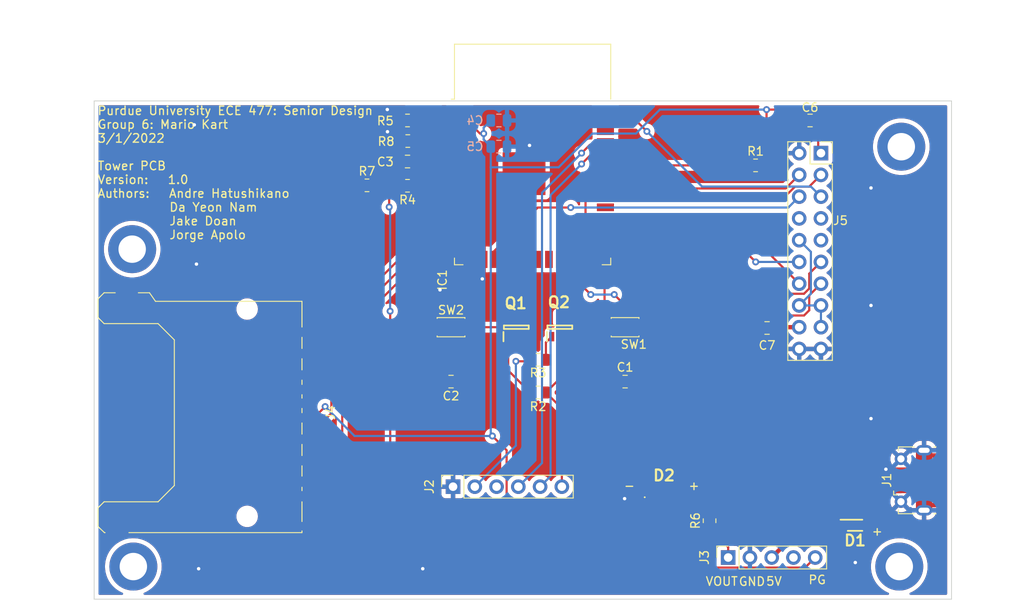
<source format=kicad_pcb>
(kicad_pcb (version 20211014) (generator pcbnew)
  (layers (0 "F.Cu" signal) (31 "B.Cu" signal) (34 "B.Paste" user) (35 "F.Paste" user) (36 "B.SilkS" user "B.Silkscreen") (37 "F.SilkS" user "F.Silkscreen") (38 "B.Mask" user) (39 "F.Mask" user) (44 "Edge.Cuts" user))
  (net 0 "")
  (net 1 "5V")
  (net 4 "IO34")
  (net 5 "IO35")
  (net 6 "IO32")
  (net 7 "IO33")
  (net 8 "PDN")
  (net 10 "CS")
  (net 17 "GPIO2")
  (net 18 "GPIO3")
  (net 19 "DTR")
  (net 20 "CTS")
  (net 21 "SCK")
  (net 22 "MISO")
  (net 24 "GPIO0")
  (net 25 "RX")
  (net 26 "TX")
  (net 27 "GPIO1")
  (net 28 "MOSI")
  (net 29 "INT")
  (net 30 "AUDIO_L")
  (net 31 "NC")
  (net 32 "PG")
  (net 33 "EN")
  (net 34 "VOUT")
  (net 35 "SDMOSI")
  (net 36 "SDCLK")
  (net 37 "SDMISO")
  (net 43 "SHDN")
  (net 51 "Net-(Q1-Pad1)")
  (net 52 "Net-(Q2-Pad1)")
  (net 53 "Net-(D2-Pad2)")
  (net 54 "GND")
  (net 58 "Net-(J1-Pad1)")
  (footprint "Capacitor_SMD:C_0805_2012Metric" (layer "F.Cu") (at 165.1 88.9)
    (fp_text reference "C1" (at 0 -1.68) (layer "F.SilkS"))
    (fp_text value "0.1uF")
    (pad "1" smd roundrect locked (at -0.95 0) (size 1 1.45) (layers "F.Cu" "F.Paste" "F.Mask") (net 24 "GPIO0"))
    (pad "2" smd roundrect locked (at 0.95 0) (size 1 1.45) (layers "F.Cu" "F.Paste" "F.Mask") (net 54 "GND"))
  )
  (footprint "Capacitor_SMD:C_0805_2012Metric" (layer "F.Cu") (at 144.78 88.9 180)
    (fp_text reference "C2" (at 0 -1.68) (layer "F.SilkS"))
    (fp_text value "0.1uF")
    (pad "1" smd roundrect locked (at -0.95 0 180) (size 1 1.45) (layers "F.Cu" "F.Paste" "F.Mask") (net 33 "EN"))
    (pad "2" smd roundrect locked (at 0.95 0 180) (size 1 1.45) (layers "F.Cu" "F.Paste" "F.Mask") (net 54 "GND"))
  )
  (footprint "Capacitor_SMD:C_0805_2012Metric" (layer "F.Cu") (at 186.69 58.42)
    (fp_text reference "C6" (at 0 -1.524) (layer "F.SilkS"))
    (fp_text value "100nF")
    (pad "1" smd roundrect locked (at -0.95 0) (size 1 1.45) (layers "F.Cu" "F.Paste" "F.Mask") (net 54 "GND"))
    (pad "2" smd roundrect locked (at 0.95 0) (size 1 1.45) (layers "F.Cu" "F.Paste" "F.Mask") (net 34 "VOUT"))
  )
  (footprint "Capacitor_SMD:C_0805_2012Metric" (layer "F.Cu") (at 181.67 82.64)
    (fp_text reference "C7" (at 0 2.032) (layer "F.SilkS"))
    (fp_text value "100nF")
    (pad "1" smd roundrect locked (at -0.95 0) (size 1 1.45) (layers "F.Cu" "F.Paste" "F.Mask") (net 54 "GND"))
    (pad "2" smd roundrect locked (at 0.95 0) (size 1 1.45) (layers "F.Cu" "F.Paste" "F.Mask") (net 1 "5V"))
  )
  (footprint "Connector_USB:USB_Micro-B_Molex-105017-0001" (layer "F.Cu") (at 198.76 100.42 90)
    (fp_text reference "J1" (at 0 -3.1125 90) (layer "F.SilkS"))
    (fp_text value "USB_B_Micro")
    (pad "1" smd rect (at -1.3 -1.4625 90) (size 0.4 1.35) (layers "F.Cu" "F.Paste" "F.Mask") (net 58 "Net-(J1-Pad1)"))
    (pad "2" smd rect (at -0.65 -1.4625 90) (size 0.4 1.35) (layers "F.Cu" "F.Paste" "F.Mask"))
    (pad "3" smd rect (at 0 -1.4625 90) (size 0.4 1.35) (layers "F.Cu" "F.Paste" "F.Mask"))
    (pad "4" smd rect (at 0.65 -1.4625 90) (size 0.4 1.35) (layers "F.Cu" "F.Paste" "F.Mask"))
    (pad "5" smd rect (at 1.3 -1.4625 90) (size 0.4 1.35) (layers "F.Cu" "F.Paste" "F.Mask") (net 54 "GND"))
    (pad "6" thru_hole oval (at 3.5 1.2375 90) (size 1.2 1.9) (drill oval 0.6 1.3) (layers *.Cu *.Mask) (net 54 "GND"))
    (pad "6" thru_hole oval (at -3.5 1.2375 270) (size 1.2 1.9) (drill oval 0.6 1.3) (layers *.Cu *.Mask) (net 54 "GND"))
    (pad "6" smd rect (at -1 1.2375 90) (size 1.5 1.9) (layers "F.Cu" "F.Paste" "F.Mask") (net 54 "GND"))
    (pad "6" smd rect (at 2.9 1.2375 90) (size 1.2 1.9) (layers "F.Cu" "F.Mask") (net 54 "GND"))
    (pad "6" thru_hole circle (at 2.5 -1.4625 90) (size 1.45 1.45) (drill 0.85) (layers *.Cu *.Mask) (net 54 "GND"))
    (pad "6" thru_hole circle (at -2.5 -1.4625 90) (size 1.45 1.45) (drill 0.85) (layers *.Cu *.Mask) (net 54 "GND"))
    (pad "6" smd rect (at 1 1.2375 90) (size 1.5 1.9) (layers "F.Cu" "F.Paste" "F.Mask") (net 54 "GND"))
    (pad "6" smd rect (at -2.9 1.2375 90) (size 1.2 1.9) (layers "F.Cu" "F.Mask") (net 54 "GND"))
  )
  (footprint "Connector_PinSocket_2.54mm:PinSocket_1x06_P2.54mm_Vertical" (layer "F.Cu") (at 145.015 101.165 90)
    (fp_text reference "J2" (at 0 -2.77 90) (layer "F.SilkS"))
    (fp_text value "Conn_01x06")
    (pad "1" thru_hole rect (at 0 0 90) (size 1.7 1.7) (drill 1) (layers *.Cu *.Mask) (net 54 "GND"))
    (pad "2" thru_hole oval (at 0 2.54 90) (size 1.7 1.7) (drill 1) (layers *.Cu *.Mask) (net 20 "CTS"))
    (pad "3" thru_hole oval (at 0 5.08 90) (size 1.7 1.7) (drill 1) (layers *.Cu *.Mask))
    (pad "4" thru_hole oval (at 0 7.62 90) (size 1.7 1.7) (drill 1) (layers *.Cu *.Mask) (net 26 "TX"))
    (pad "5" thru_hole oval (at 0 10.16 90) (size 1.7 1.7) (drill 1) (layers *.Cu *.Mask) (net 25 "RX"))
    (pad "6" thru_hole oval (at 0 12.7 90) (size 1.7 1.7) (drill 1) (layers *.Cu *.Mask) (net 19 "DTR"))
  )
  (footprint "Connector_PinSocket_2.54mm:PinSocket_1x05_P2.54mm_Vertical" (layer "F.Cu") (at 177.13 109.435 90)
    (fp_text reference "J3" (at 0 -2.77 90) (layer "F.SilkS"))
    (fp_text value "Conn_01x05")
    (pad "1" thru_hole rect locked (at 0 0 90) (size 1.7 1.7) (drill 1) (layers *.Cu *.Mask) (net 34 "VOUT"))
    (pad "2" thru_hole oval locked (at 0 2.54 90) (size 1.7 1.7) (drill 1) (layers *.Cu *.Mask) (net 54 "GND"))
    (pad "3" thru_hole oval locked (at 0 5.08 90) (size 1.7 1.7) (drill 1) (layers *.Cu *.Mask) (net 1 "5V"))
    (pad "4" thru_hole oval locked (at 0 7.62 90) (size 1.7 1.7) (drill 1) (layers *.Cu *.Mask) (net 43 "SHDN"))
    (pad "5" thru_hole oval locked (at 0 10.16 90) (size 1.7 1.7) (drill 1) (layers *.Cu *.Mask) (net 32 "PG"))
  )
  (footprint "Connector_PinSocket_2.54mm:PinSocket_2x10_P2.54mm_Vertical" (layer "F.Cu") (at 187.96 62.23)
    (fp_text reference "J5" (at 2.286 7.874) (layer "F.SilkS"))
    (fp_text value "Conn_02x10_Odd_Even")
    (pad "1" thru_hole rect locked (at 0 0) (size 1.7 1.7) (drill 1) (layers *.Cu *.Mask) (net 34 "VOUT"))
    (pad "2" thru_hole oval locked (at -2.54 0) (size 1.7 1.7) (drill 1) (layers *.Cu *.Mask) (net 54 "GND"))
    (pad "3" thru_hole oval locked (at 0 2.54) (size 1.7 1.7) (drill 1) (layers *.Cu *.Mask) (net 21 "SCK"))
    (pad "4" thru_hole oval locked (at -2.54 2.54) (size 1.7 1.7) (drill 1) (layers *.Cu *.Mask) (net 22 "MISO"))
    (pad "5" thru_hole oval locked (at 0 5.08) (size 1.7 1.7) (drill 1) (layers *.Cu *.Mask) (net 28 "MOSI"))
    (pad "6" thru_hole oval locked (at -2.54 5.08) (size 1.7 1.7) (drill 1) (layers *.Cu *.Mask) (net 10 "CS"))
    (pad "7" thru_hole oval locked (at 0 7.62) (size 1.7 1.7) (drill 1) (layers *.Cu *.Mask) (net 29 "INT"))
    (pad "8" thru_hole oval locked (at -2.54 7.62) (size 1.7 1.7) (drill 1) (layers *.Cu *.Mask) (net 8 "PDN"))
    (pad "9" thru_hole oval locked (at 0 10.16) (size 1.7 1.7) (drill 1) (layers *.Cu *.Mask) (net 30 "AUDIO_L"))
    (pad "10" thru_hole oval locked (at -2.54 10.16) (size 1.7 1.7) (drill 1) (layers *.Cu *.Mask) (net 31 "NC"))
    (pad "11" thru_hole oval locked (at 0 12.7) (size 1.7 1.7) (drill 1) (layers *.Cu *.Mask) (net 24 "GPIO0"))
    (pad "12" thru_hole oval locked (at -2.54 12.7) (size 1.7 1.7) (drill 1) (layers *.Cu *.Mask) (net 27 "GPIO1"))
    (pad "13" thru_hole oval locked (at 0 15.24) (size 1.7 1.7) (drill 1) (layers *.Cu *.Mask) (net 17 "GPIO2"))
    (pad "14" thru_hole oval locked (at -2.54 15.24) (size 1.7 1.7) (drill 1) (layers *.Cu *.Mask) (net 18 "GPIO3"))
    (pad "15" thru_hole oval locked (at 0 17.78) (size 1.7 1.7) (drill 1) (layers *.Cu *.Mask) (net 31 "NC"))
    (pad "16" thru_hole oval locked (at -2.54 17.78) (size 1.7 1.7) (drill 1) (layers *.Cu *.Mask) (net 31 "NC"))
    (pad "17" thru_hole oval locked (at 0 20.32) (size 1.7 1.7) (drill 1) (layers *.Cu *.Mask) (net 31 "NC"))
    (pad "18" thru_hole oval locked (at -2.54 20.32) (size 1.7 1.7) (drill 1) (layers *.Cu *.Mask) (net 1 "5V"))
    (pad "19" thru_hole oval locked (at 0 22.86) (size 1.7 1.7) (drill 1) (layers *.Cu *.Mask) (net 54 "GND"))
    (pad "20" thru_hole oval locked (at -2.54 22.86) (size 1.7 1.7) (drill 1) (layers *.Cu *.Mask) (net 54 "GND"))
  )
  (footprint "Mouser:SOT95P240X115-3N" (layer "F.Cu") (at 152.4 82.55 90)
    (fp_text reference "Q1" (at 2.79 -0.07 180) (layer "F.SilkS") (effects (font (size 1.27 1.27) (thickness 0.254))))
    (fp_text value "SS8050-G" hide)
    (pad "1" smd rect locked (at -1.1 -0.95 180) (size 0.6 1.1) (layers "F.Cu" "F.Paste" "F.Mask") (net 51 "Net-(Q1-Pad1)"))
    (pad "2" smd rect locked (at -1.1 0.95 180) (size 0.6 1.1) (layers "F.Cu" "F.Paste" "F.Mask") (net 20 "CTS"))
    (pad "3" smd rect locked (at 1.1 0 180) (size 0.6 1.1) (layers "F.Cu" "F.Paste" "F.Mask") (net 33 "EN"))
  )
  (footprint "Mouser:SOT95P240X115-3N" (layer "F.Cu") (at 157.48 82.55 90)
    (fp_text reference "Q2" (at 2.91 -0.11 180) (layer "F.SilkS") (effects (font (size 1.27 1.27) (thickness 0.254))))
    (fp_text value "SS8050-G" hide)
    (pad "1" smd rect locked (at -1.1 -0.95 180) (size 0.6 1.1) (layers "F.Cu" "F.Paste" "F.Mask") (net 52 "Net-(Q2-Pad1)"))
    (pad "2" smd rect locked (at -1.1 0.95 180) (size 0.6 1.1) (layers "F.Cu" "F.Paste" "F.Mask") (net 19 "DTR"))
    (pad "3" smd rect locked (at 1.1 0 180) (size 0.6 1.1) (layers "F.Cu" "F.Paste" "F.Mask") (net 24 "GPIO0"))
  )
  (footprint "Resistor_SMD:R_0805_2012Metric" (layer "F.Cu") (at 180.33 63.66)
    (fp_text reference "R1" (at 0 -1.65) (layer "F.SilkS"))
    (fp_text value "10k")
    (pad "1" smd roundrect locked (at -0.9125 0) (size 1.025 1.4) (layers "F.Cu" "F.Paste" "F.Mask") (roundrect_rratio 0.243902439) (net 24 "GPIO0"))
    (pad "2" smd roundrect locked (at 0.9125 0) (size 1.025 1.4) (layers "F.Cu" "F.Paste" "F.Mask") (roundrect_rratio 0.243902439) (net 34 "VOUT"))
  )
  (footprint "Resistor_SMD:R_0805_2012Metric" (layer "F.Cu") (at 154.94 90.17 180)
    (fp_text reference "R2" (at 0 -1.65) (layer "F.SilkS"))
    (fp_text value "10k")
    (pad "1" smd roundrect locked (at -0.9125 0 180) (size 1.025 1.4) (layers "F.Cu" "F.Paste" "F.Mask") (roundrect_rratio 0.243902439) (net 19 "DTR"))
    (pad "2" smd roundrect locked (at 0.9125 0 180) (size 1.025 1.4) (layers "F.Cu" "F.Paste" "F.Mask") (roundrect_rratio 0.243902439) (net 51 "Net-(Q1-Pad1)"))
  )
  (footprint "Resistor_SMD:R_0805_2012Metric" (layer "F.Cu") (at 154.94 86.36)
    (fp_text reference "R3" (at 0 1.524) (layer "F.SilkS"))
    (fp_text value "10k")
    (pad "1" smd roundrect locked (at -0.9125 0) (size 1.025 1.4) (layers "F.Cu" "F.Paste" "F.Mask") (roundrect_rratio 0.243902439) (net 20 "CTS"))
    (pad "2" smd roundrect locked (at 0.9125 0) (size 1.025 1.4) (layers "F.Cu" "F.Paste" "F.Mask") (roundrect_rratio 0.243902439) (net 52 "Net-(Q2-Pad1)"))
  )
  (footprint "Resistor_SMD:R_0805_2012Metric" (layer "F.Cu") (at 139.7 66.04 180)
    (fp_text reference "R4" (at 0 -1.65) (layer "F.SilkS"))
    (fp_text value "10k")
    (pad "1" smd roundrect locked (at -0.9125 0 180) (size 1.025 1.4) (layers "F.Cu" "F.Paste" "F.Mask") (roundrect_rratio 0.243902439) (net 4 "IO34"))
    (pad "2" smd roundrect locked (at 0.9125 0 180) (size 1.025 1.4) (layers "F.Cu" "F.Paste" "F.Mask") (roundrect_rratio 0.243902439) (net 32 "PG"))
  )
  (footprint "Resistor_SMD:R_0805_2012Metric" (layer "F.Cu") (at 139.7 58.42)
    (fp_text reference "R5" (at -2.59 0.05) (layer "F.SilkS"))
    (fp_text value "10k")
    (pad "1" smd roundrect locked (at -0.9125 0) (size 1.025 1.4) (layers "F.Cu" "F.Paste" "F.Mask") (roundrect_rratio 0.243902439) (net 34 "VOUT"))
    (pad "2" smd roundrect locked (at 0.9125 0) (size 1.025 1.4) (layers "F.Cu" "F.Paste" "F.Mask") (roundrect_rratio 0.243902439) (net 33 "EN"))
  )
  (footprint "Button_Switch_SMD:SW_SPST_CK_KXT3" (layer "F.Cu") (at 165.1 82.55 180)
    (fp_text reference "SW1" (at -1.016 -2) (layer "F.SilkS"))
    (fp_text value "SW_Push")
    (pad "1" smd rect locked (at -1.625 0 180) (size 0.55 1.5) (layers "F.Cu" "F.Paste" "F.Mask") (net 54 "GND"))
    (pad "2" smd rect locked (at 1.625 0 180) (size 0.55 1.5) (layers "F.Cu" "F.Paste" "F.Mask") (net 24 "GPIO0"))
  )
  (footprint "Button_Switch_SMD:SW_SPST_CK_KXT3" (layer "F.Cu") (at 144.78 82.55)
    (fp_text reference "SW2" (at 0 -2) (layer "F.SilkS"))
    (fp_text value "SW_Push")
    (pad "1" smd rect locked (at -1.625 0) (size 0.55 1.5) (layers "F.Cu" "F.Paste" "F.Mask") (net 54 "GND"))
    (pad "2" smd rect locked (at 1.625 0) (size 0.55 1.5) (layers "F.Cu" "F.Paste" "F.Mask") (net 33 "EN"))
  )
  (footprint "Connector_Card:SD_Kyocera_145638109211859+" (layer "F.Cu") (at 115.68 92.53 -90)
    (fp_text reference "J4" (at 0 -15.04 -90) (layer "F.SilkS"))
    (fp_text value "SD_Card")
    (pad "" np_thru_hole circle locked (at 12.1 -5.3 90) (size 1.5 1.5) (drill 1.5) (layers *.Cu *.Mask))
    (pad "" np_thru_hole circle locked (at -12.1 -5.3 90) (size 1.5 1.5) (drill 1.5) (layers *.Cu *.Mask))
    (pad "1" smd roundrect locked (at -6.88 -12.5 270) (size 0.8 2) (layers "F.Cu" "F.Paste" "F.Mask") (roundrect_rratio 0.313))
    (pad "2" smd roundrect locked (at -4.38 -12.5 270) (size 0.8 2) (layers "F.Cu" "F.Paste" "F.Mask") (roundrect_rratio 0.313) (net 35 "SDMOSI"))
    (pad "3" smd roundrect locked (at -1.08 -12.5 270) (size 0.8 2) (layers "F.Cu" "F.Paste" "F.Mask") (roundrect_rratio 0.313) (net 54 "GND"))
    (pad "4" smd roundrect locked (at 0.62 -12.5 270) (size 0.8 2) (layers "F.Cu" "F.Paste" "F.Mask") (roundrect_rratio 0.313) (net 34 "VOUT"))
    (pad "5" smd roundrect locked (at 3.12 -12.5 270) (size 0.8 2) (layers "F.Cu" "F.Paste" "F.Mask") (roundrect_rratio 0.313) (net 36 "SDCLK"))
    (pad "6" smd roundrect locked (at 5.62 -12.5 270) (size 0.8 2) (layers "F.Cu" "F.Paste" "F.Mask") (roundrect_rratio 0.313) (net 54 "GND"))
    (pad "7" smd roundrect locked (at 8.05 -12.5 270) (size 0.8 2) (layers "F.Cu" "F.Paste" "F.Mask") (roundrect_rratio 0.313) (net 37 "SDMISO"))
    (pad "8" smd roundrect locked (at 9.75 -12.5 270) (size 0.8 2) (layers "F.Cu" "F.Paste" "F.Mask") (roundrect_rratio 0.313))
    (pad "9" smd roundrect locked (at -9.38 -12.5 270) (size 0.8 2) (layers "F.Cu" "F.Paste" "F.Mask") (roundrect_rratio 0.313))
    (pad "10" smd roundrect locked (at -2.68 -12.5 270) (size 0.8 2) (layers "F.Cu" "F.Paste" "F.Mask") (roundrect_rratio 0.313))
    (pad "11" smd roundrect locked (at 13.24 -12.5 270) (size 0.7 2) (layers "F.Cu" "F.Paste" "F.Mask") (roundrect_rratio 0.357))
    (pad "12" smd roundrect locked (at 13.25 9.9 270) (size 1.7 2.4) (layers "F.Cu" "F.Paste" "F.Mask") (roundrect_rratio 0.147))
    (pad "13" smd roundrect locked (at -13.2 8.7 270) (size 1.8 2.4) (layers "F.Cu" "F.Paste" "F.Mask") (roundrect_rratio 0.139))
  )
  (footprint "Mouser:SOD2513X120N" (layer "F.Cu") (at 191.94 105.67)
    (fp_text reference "D1" (at 0 1.778) (layer "F.SilkS") (effects (font (size 1.27 1.27) (thickness 0.254))))
    (fp_text value "BAT760-7" hide)
    (pad "1" smd rect locked (at -1.162 0 90) (size 0.5 1.075) (layers "F.Cu" "F.Paste" "F.Mask") (net 1 "5V"))
    (pad "2" smd rect locked (at 1.162 0 90) (size 0.5 1.075) (layers "F.Cu" "F.Paste" "F.Mask") (net 58 "Net-(J1-Pad1)"))
  )
  (footprint "Capacitor_SMD:C_0805_2012Metric" (layer "F.Cu") (at 139.7 63.21 180)
    (fp_text reference "C3" (at 2.59 -0.04) (layer "F.SilkS"))
    (fp_text value "100nF")
    (pad "1" smd roundrect locked (at -0.95 0 180) (size 1 1.45) (layers "F.Cu" "F.Paste" "F.Mask") (net 33 "EN"))
    (pad "2" smd roundrect locked (at 0.95 0 180) (size 1 1.45) (layers "F.Cu" "F.Paste" "F.Mask") (net 54 "GND"))
  )
  (footprint "RF_Module:ESP32-WROOM-32" (layer "F.Cu") (at 154.3 65.38)
    (fp_text reference "IC1" (at -10.53 11.65 90) (layer "F.SilkS"))
    (fp_text value "ESP32-SOLO-1")
    (pad "1" smd rect (at -8.5 -8.255) (size 2 0.9) (layers "F.Cu" "F.Paste" "F.Mask") (net 54 "GND"))
    (pad "2" smd rect (at -8.5 -6.985) (size 2 0.9) (layers "F.Cu" "F.Paste" "F.Mask") (net 34 "VOUT"))
    (pad "3" smd rect (at -8.5 -5.715) (size 2 0.9) (layers "F.Cu" "F.Paste" "F.Mask") (net 33 "EN"))
    (pad "4" smd rect (at -8.5 -4.445) (size 2 0.9) (layers "F.Cu" "F.Paste" "F.Mask"))
    (pad "5" smd rect (at -8.5 -3.175) (size 2 0.9) (layers "F.Cu" "F.Paste" "F.Mask"))
    (pad "6" smd rect (at -8.5 -1.905) (size 2 0.9) (layers "F.Cu" "F.Paste" "F.Mask") (net 4 "IO34"))
    (pad "7" smd rect (at -8.5 -0.635) (size 2 0.9) (layers "F.Cu" "F.Paste" "F.Mask") (net 5 "IO35"))
    (pad "8" smd rect (at -8.5 0.635) (size 2 0.9) (layers "F.Cu" "F.Paste" "F.Mask") (net 6 "IO32"))
    (pad "9" smd rect (at -8.5 1.905) (size 2 0.9) (layers "F.Cu" "F.Paste" "F.Mask") (net 7 "IO33"))
    (pad "10" smd rect (at -8.5 3.175) (size 2 0.9) (layers "F.Cu" "F.Paste" "F.Mask") (net 35 "SDMOSI"))
    (pad "11" smd rect (at -8.5 4.445) (size 2 0.9) (layers "F.Cu" "F.Paste" "F.Mask") (net 36 "SDCLK"))
    (pad "12" smd rect (at -8.5 5.715) (size 2 0.9) (layers "F.Cu" "F.Paste" "F.Mask") (net 37 "SDMISO"))
    (pad "13" smd rect (at -8.5 6.985) (size 2 0.9) (layers "F.Cu" "F.Paste" "F.Mask"))
    (pad "14" smd rect (at -8.5 8.255) (size 2 0.9) (layers "F.Cu" "F.Paste" "F.Mask"))
    (pad "15" smd rect (at -5.715 9.255 90) (size 2 0.9) (layers "F.Cu" "F.Paste" "F.Mask") (net 54 "GND"))
    (pad "16" smd rect (at -4.445 9.255 90) (size 2 0.9) (layers "F.Cu" "F.Paste" "F.Mask") (net 10 "CS"))
    (pad "17" smd rect (at -3.175 9.255 90) (size 2 0.9) (layers "F.Cu" "F.Paste" "F.Mask"))
    (pad "18" smd rect (at -1.905 9.255 90) (size 2 0.9) (layers "F.Cu" "F.Paste" "F.Mask"))
    (pad "19" smd rect (at -0.635 9.255 90) (size 2 0.9) (layers "F.Cu" "F.Paste" "F.Mask"))
    (pad "20" smd rect (at 0.635 9.255 90) (size 2 0.9) (layers "F.Cu" "F.Paste" "F.Mask"))
    (pad "21" smd rect (at 1.905 9.255 90) (size 2 0.9) (layers "F.Cu" "F.Paste" "F.Mask"))
    (pad "22" smd rect (at 3.175 9.255 90) (size 2 0.9) (layers "F.Cu" "F.Paste" "F.Mask"))
    (pad "23" smd rect (at 4.445 9.255 90) (size 2 0.9) (layers "F.Cu" "F.Paste" "F.Mask"))
    (pad "24" smd rect (at 5.715 9.255 90) (size 2 0.9) (layers "F.Cu" "F.Paste" "F.Mask") (net 17 "GPIO2"))
    (pad "25" smd rect (at 8.5 8.255) (size 2 0.9) (layers "F.Cu" "F.Paste" "F.Mask") (net 24 "GPIO0"))
    (pad "26" smd rect (at 8.5 6.985) (size 2 0.9) (layers "F.Cu" "F.Paste" "F.Mask") (net 27 "GPIO1"))
    (pad "27" smd rect (at 8.5 5.715) (size 2 0.9) (layers "F.Cu" "F.Paste" "F.Mask") (net 18 "GPIO3"))
    (pad "28" smd rect (at 8.5 4.445) (size 2 0.9) (layers "F.Cu" "F.Paste" "F.Mask"))
    (pad "29" smd rect (at 8.5 3.175) (size 2 0.9) (layers "F.Cu" "F.Paste" "F.Mask"))
    (pad "30" smd rect (at 8.5 1.905) (size 2 0.9) (layers "F.Cu" "F.Paste" "F.Mask") (net 21 "SCK"))
    (pad "31" smd rect (at 8.5 0.635) (size 2 0.9) (layers "F.Cu" "F.Paste" "F.Mask") (net 22 "MISO"))
    (pad "32" smd rect (at 8.5 -0.635) (size 2 0.9) (layers "F.Cu" "F.Paste" "F.Mask"))
    (pad "33" smd rect (at 8.5 -1.905) (size 2 0.9) (layers "F.Cu" "F.Paste" "F.Mask") (net 24 "GPIO0"))
    (pad "34" smd rect (at 8.5 -3.175) (size 2 0.9) (layers "F.Cu" "F.Paste" "F.Mask") (net 25 "RX"))
    (pad "35" smd rect (at 8.5 -4.445) (size 2 0.9) (layers "F.Cu" "F.Paste" "F.Mask") (net 26 "TX"))
    (pad "36" smd rect (at 8.5 -5.715) (size 2 0.9) (layers "F.Cu" "F.Paste" "F.Mask"))
    (pad "37" smd rect (at 8.5 -6.985) (size 2 0.9) (layers "F.Cu" "F.Paste" "F.Mask") (net 28 "MOSI"))
    (pad "38" smd rect (at 8.5 -8.255) (size 2 0.9) (layers "F.Cu" "F.Paste" "F.Mask") (net 54 "GND"))
    (pad "39" smd rect (at -1 -0.755) (size 5 5) (layers "F.Cu" "F.Paste" "F.Mask") (net 54 "GND"))
    (zone (net 0) (net_name "") (layers *.Cu) (connect_pads (clearance 0)) (min_thickness 0.254)
      (keepout (tracks not_allowed) (vias not_allowed) (pads not_allowed) (copperpour not_allowed) (footprints not_allowed))
      (fill (thermal_gap 0.508) (thermal_bridge_width 0.508))
      (polygon (pts (xy 140.3 55.41) (xy 168.3 55.41) (xy 168.3 44.63) (xy 140.3 44.63)))
    )
  )
  (footprint "Mouser:APHCM2012QBCDF01" (layer "F.Cu") (at 169.64 102.4)
    (fp_text reference "D2" (at 0 -2.54) (layer "F.SilkS") (effects (font (size 1.27 1.27) (thickness 0.254))))
    (fp_text value "LED" hide)
    (pad "1" smd rect locked (at -1.05 0) (size 1.2 1.2) (layers "F.Cu" "F.Paste" "F.Mask") (net 54 "GND"))
    (pad "2" smd rect locked (at 1.05 0) (size 1.2 1.2) (layers "F.Cu" "F.Paste" "F.Mask") (net 53 "Net-(D2-Pad2)"))
  )
  (footprint "Resistor_SMD:R_0805_2012Metric" (layer "F.Cu") (at 174.96 105.14 90)
    (fp_text reference "R6" (at 0 -1.65 90) (layer "F.SilkS"))
    (fp_text value "0")
    (pad "1" smd roundrect (at -0.9125 0 90) (size 1.025 1.4) (layers "F.Cu" "F.Paste" "F.Mask") (roundrect_rratio 0.243902439) (net 34 "VOUT"))
    (pad "2" smd roundrect (at 0.9125 0 90) (size 1.025 1.4) (layers "F.Cu" "F.Paste" "F.Mask") (roundrect_rratio 0.243902439) (net 53 "Net-(D2-Pad2)"))
  )
  (footprint "Resistor_SMD:R_0805_2012Metric" (layer "F.Cu") (at 134.97 65.99)
    (fp_text reference "R7" (at 0 -1.65) (layer "F.SilkS"))
    (fp_text value "0")
    (pad "1" smd roundrect (at -0.9125 0) (size 1.025 1.4) (layers "F.Cu" "F.Paste" "F.Mask") (roundrect_rratio 0.243902439) (net 54 "GND"))
    (pad "2" smd roundrect (at 0.9125 0) (size 1.025 1.4) (layers "F.Cu" "F.Paste" "F.Mask") (roundrect_rratio 0.243902439) (net 32 "PG"))
  )
  (footprint "MountingHole:MountingHole_3.2mm_M3_DIN965_Pad" (layer "F.Cu") (at 107.696 110.49)
    (fp_text reference "REF**" hide)
    (fp_text value "MountingHole_3.2mm_M3_DIN965_Pad")
    (pad "1" thru_hole circle (at 0 0) (size 5.6 5.6) (drill 3.2) (layers *.Cu *.Mask))
  )
  (footprint "MountingHole:MountingHole_3.2mm_M3_DIN965_Pad" (layer "F.Cu") (at 197.34 61.48)
    (fp_text reference "REF**" hide)
    (fp_text value "MountingHole_3.2mm_M3_DIN965_Pad")
    (pad "1" thru_hole circle (at 0 0) (size 5.6 5.6) (drill 3.2) (layers *.Cu *.Mask))
  )
  (footprint "MountingHole:MountingHole_3.2mm_M3_DIN965_Pad" (layer "F.Cu") (at 197.104 110.49)
    (fp_text reference "REF**" hide)
    (fp_text value "MountingHole_3.2mm_M3_DIN965_Pad")
    (pad "1" thru_hole circle (at 0 0) (size 5.6 5.6) (drill 3.2) (layers *.Cu *.Mask))
  )
  (footprint "MountingHole:MountingHole_3.2mm_M3_DIN965_Pad" (layer "F.Cu") (at 107.56 73.44)
    (fp_text reference "REF**" hide)
    (fp_text value "MountingHole_3.2mm_M3_DIN965_Pad")
    (pad "1" thru_hole circle (at 0 0) (size 5.6 5.6) (drill 3.2) (layers *.Cu *.Mask))
  )
  (footprint "Resistor_SMD:R_0805_2012Metric" (layer "F.Cu") (at 139.73 60.82 180)
    (fp_text reference "R8" (at 2.53 -0.05) (layer "F.SilkS"))
    (fp_text value "10k")
    (pad "1" smd roundrect (at -0.9125 0 180) (size 1.025 1.4) (layers "F.Cu" "F.Paste" "F.Mask") (roundrect_rratio 0.243902439) (net 33 "EN"))
    (pad "2" smd roundrect (at 0.9125 0 180) (size 1.025 1.4) (layers "F.Cu" "F.Paste" "F.Mask") (roundrect_rratio 0.243902439) (net 34 "VOUT"))
  )
  (footprint "Capacitor_SMD:C_0805_2012Metric" (layer "B.Cu") (at 150.368 58.42)
    (fp_text reference "C4" (at -2.794 0) (layer "B.SilkS") (effects (justify mirror)))
    (fp_text value "22uF")
    (pad "1" smd roundrect locked (at -0.95 0) (size 1 1.45) (layers "B.Cu" "B.Paste" "B.Mask") (net 34 "VOUT"))
    (pad "2" smd roundrect locked (at 0.95 0) (size 1 1.45) (layers "B.Cu" "B.Paste" "B.Mask") (net 54 "GND"))
  )
  (footprint "Capacitor_SMD:C_0805_2012Metric" (layer "B.Cu") (at 150.368 61.468)
    (fp_text reference "C5" (at -2.794 0) (layer "B.SilkS") (effects (justify mirror)))
    (fp_text value "100nF")
    (pad "1" smd roundrect locked (at -0.95 0) (size 1 1.45) (layers "B.Cu" "B.Paste" "B.Mask") (net 34 "VOUT"))
    (pad "2" smd roundrect locked (at 0.95 0) (size 1 1.45) (layers "B.Cu" "B.Paste" "B.Mask") (net 54 "GND"))
  )
  (gr_line (start 203.2 114.3) (end 203.2 56.134) (layer "Edge.Cuts") (width 0.1))
  (gr_line (start 103.124 56.134) (end 103.124 114.3) (layer "Edge.Cuts") (width 0.1))
  (gr_line (start 203.2 56.134) (end 103.124 56.134) (layer "Edge.Cuts") (width 0.1))
  (gr_line (start 103.124 114.3) (end 203.2 114.3) (layer "Edge.Cuts") (width 0.1))
  (gr_text "+" (at 194.53 106.37) (layer "F.SilkS") (effects (font (size 1 1))))
  (gr_text "-" (at 165.6 101.05) (layer "F.SilkS") (effects (font (size 1 1))))
  (gr_text "Purdue University ECE 477: Senior Design \nGroup 6: Mario Kart\n3/1/2022\n\nTower PCB\nVersion:   1.0\nAuthors:   Andre Hatushikano \n           Da Yeon Nam\n           Jake Doan\n           Jorge Apolo" (at 103.44 64.52) (layer "F.SilkS") (effects (font (size 1 1)) (justify left)))
  (gr_text "VOUT" (at 176.38 112.22) (layer "F.SilkS") (effects (font (size 1 1))))
  (gr_text "GND" (at 179.91 112.24) (layer "F.SilkS") (effects (font (size 1 1))))
  (gr_text "+" (at 173.14 101.05) (layer "F.SilkS") (effects (font (size 1 1))))
  (gr_text "5V" (at 182.48 112.21) (layer "F.SilkS") (effects (font (size 1 1))))
  (gr_text "PG" (at 187.52 112.04) (layer "F.SilkS") (effects (font (size 1 1))))
  (segment (start 182.209999 109.435011) (end 185.97499 105.669994) (width 0.508) (layer "F.Cu") (net 1))
  (segment (start 190.778003 105.669994) (end 185.97499 105.669994) (width 0.508) (layer "F.Cu") (net 1))
  (segment (start 182.620006 82.639992) (end 182.620006 94.450027) (width 0.508) (layer "F.Cu") (net 1))
  (segment (start 190.778003 105.669994) (end 190.778003 102.608024) (width 0.508) (layer "F.Cu") (net 1))
  (segment (start 182.71 82.55) (end 182.62 82.64) (width 0.25) (layer "F.Cu") (net 1))
  (segment (start 185.42 82.55) (end 182.709998 82.55) (width 0.508) (layer "F.Cu") (net 1))
  (segment (start 182.620006 94.450027) (end 183.099989 94.930011) (width 0.508) (layer "F.Cu") (net 1))
  (segment (start 190.778003 102.608024) (end 183.099989 94.930011) (width 0.508) (layer "F.Cu") (net 1))
  (segment (start 145.7 63.815) (end 142.8375 63.815) (width 0.25) (layer "F.Cu") (net 4))
  (segment (start 142.8375 63.815) (end 140.6125 66.04) (width 0.25) (layer "F.Cu") (net 4))
  (segment (start 149.755 74.975) (end 149.755 73.725) (width 0.25) (layer "F.Cu") (net 10))
  (segment (start 149.755 73.725) (end 154.9 68.58) (width 0.25) (layer "F.Cu") (net 10))
  (segment (start 154.9 68.58) (end 158.75 68.58) (width 0.25) (layer "F.Cu") (net 10))
  (via (at 158.75 68.58) (size 0.8) (drill 0.4) (layers "F.Cu" "B.Cu") (net 10))
  (segment (start 184.15 68.58) (end 185.42 67.31) (width 0.25) (layer "B.Cu") (net 10))
  (segment (start 158.75 68.58) (end 184.15 68.58) (width 0.25) (layer "B.Cu") (net 10))
  (segment (start 185.984001 81.185001) (end 166.275001 81.185001) (width 0.25) (layer "F.Cu") (net 17))
  (segment (start 186.595001 80.574001) (end 185.984001 81.185001) (width 0.25) (layer "F.Cu") (net 17))
  (segment (start 161.09 78.74) (end 159.915 77.565) (width 0.25) (layer "F.Cu") (net 17))
  (segment (start 159.915 77.565) (end 159.915 74.975) (width 0.25) (layer "F.Cu") (net 17))
  (segment (start 187.96 77.47) (end 186.595001 78.834999) (width 0.25) (layer "F.Cu") (net 17))
  (segment (start 166.275001 81.185001) (end 163.83 78.74) (width 0.25) (layer "F.Cu") (net 17))
  (segment (start 186.595001 78.834999) (end 186.595001 80.574001) (width 0.25) (layer "F.Cu") (net 17))
  (via (at 161.09 78.74) (size 0.8) (drill 0.4) (layers "F.Cu" "B.Cu") (net 17))
  (via (at 163.83 78.74) (size 0.8) (drill 0.4) (layers "F.Cu" "B.Cu") (net 17))
  (segment (start 163.83 78.74) (end 161.09 78.74) (width 0.25) (layer "B.Cu") (net 17))
  (segment (start 162.7 71.435) (end 179.385 71.435) (width 0.25) (layer "F.Cu") (net 18))
  (segment (start 179.385 71.435) (end 185.42 77.47) (width 0.25) (layer "F.Cu") (net 18))
  (segment (start 158.43 87.5925) (end 155.8525 90.17) (width 0.25) (layer "F.Cu") (net 19))
  (segment (start 158.43 83.65) (end 158.43 87.5925) (width 0.25) (layer "F.Cu") (net 19))
  (segment (start 157.715 92.0325) (end 155.8525 90.17) (width 0.25) (layer "F.Cu") (net 19))
  (segment (start 157.715 101.165) (end 157.715 92.0325) (width 0.25) (layer "F.Cu") (net 19))
  (segment (start 152.35 86.53) (end 153.8575 86.53) (width 0.25) (layer "F.Cu") (net 20))
  (segment (start 153.35 85.6825) (end 154.0275 86.36) (width 0.25) (layer "F.Cu") (net 20))
  (segment (start 153.35 83.65) (end 153.35 85.6825) (width 0.25) (layer "F.Cu") (net 20))
  (segment (start 153.8575 86.53) (end 154.0275 86.36) (width 0.25) (layer "F.Cu") (net 20))
  (via (at 152.35 86.53) (size 0.8) (drill 0.4) (layers "F.Cu" "B.Cu") (net 20))
  (segment (start 152.35 96.37) (end 152.35 86.53) (width 0.25) (layer "B.Cu") (net 20))
  (segment (start 147.555 101.165) (end 152.35 96.37) (width 0.25) (layer "B.Cu") (net 20))
  (segment (start 162.7 67.625) (end 183.44399 67.625) (width 0.25) (layer "F.Cu") (net 21))
  (segment (start 186.594511 66.135489) (end 187.96 64.77) (width 0.25) (layer "F.Cu") (net 21))
  (segment (start 184.933501 66.135489) (end 186.594511 66.135489) (width 0.25) (layer "F.Cu") (net 21))
  (segment (start 183.44399 67.625) (end 184.933501 66.135489) (width 0.25) (layer "F.Cu") (net 21))
  (segment (start 162.7 66.355) (end 183.835 66.355) (width 0.25) (layer "F.Cu") (net 22))
  (segment (start 183.835 66.355) (end 185.42 64.77) (width 0.25) (layer "F.Cu") (net 22))
  (segment (start 160.48 73.005) (end 161.45 73.975) (width 0.25) (layer "F.Cu") (net 24))
  (segment (start 162.7 81.125) (end 162.375 81.45) (width 0.25) (layer "F.Cu") (net 24))
  (segment (start 167.465 73.975) (end 172.135001 78.645001) (width 0.25) (layer "F.Cu") (net 24))
  (segment (start 157.48 81.45) (end 162.375 81.45) (width 0.25) (layer "F.Cu") (net 24))
  (segment (start 162.7 73.975) (end 162.7 81.125) (width 0.25) (layer "F.Cu") (net 24))
  (segment (start 162.7 73.975) (end 167.465 73.975) (width 0.25) (layer "F.Cu") (net 24))
  (segment (start 172.135001 78.645001) (end 185.984001 78.645001) (width 0.25) (layer "F.Cu") (net 24))
  (segment (start 161.45 73.975) (end 162.7 73.975) (width 0.25) (layer "F.Cu") (net 24))
  (segment (start 179.4175 63.66) (end 167.05 63.66) (width 0.25) (layer "F.Cu") (net 24))
  (segment (start 185.984001 78.645001) (end 186.595001 78.034001) (width 0.25) (layer "F.Cu") (net 24))
  (segment (start 166.865 63.475) (end 162.8 63.475) (width 0.25) (layer "F.Cu") (net 24))
  (segment (start 162.7 63.815) (end 161.45 63.815) (width 0.25) (layer "F.Cu") (net 24))
  (segment (start 160.48 64.785) (end 160.48 73.005) (width 0.25) (layer "F.Cu") (net 24))
  (segment (start 164.15 88.9) (end 164.15 83.225) (width 0.25) (layer "F.Cu") (net 24))
  (segment (start 162.375 81.45) (end 163.475 82.55) (width 0.25) (layer "F.Cu") (net 24))
  (segment (start 164.15 83.225) (end 163.475 82.55) (width 0.25) (layer "F.Cu") (net 24))
  (segment (start 186.595001 78.034001) (end 186.595001 76.294999) (width 0.25) (layer "F.Cu") (net 24))
  (segment (start 167.05 63.66) (end 166.865 63.475) (width 0.25) (layer "F.Cu") (net 24))
  (segment (start 186.595001 76.294999) (end 187.96 74.93) (width 0.25) (layer "F.Cu") (net 24))
  (segment (start 161.45 63.815) (end 160.48 64.785) (width 0.25) (layer "F.Cu") (net 24))
  (segment (start 160.02 63.5) (end 160.975 62.545) (width 0.25) (layer "F.Cu") (net 25))
  (segment (start 160.975 62.545) (end 162.7 62.545) (width 0.25) (layer "F.Cu") (net 25))
  (via (at 160.02 63.5) (size 0.8) (drill 0.4) (layers "F.Cu" "B.Cu") (net 25))
  (segment (start 155.175001 101.165) (end 156.399992 99.940008) (width 0.254) (layer "B.Cu") (net 25))
  (segment (start 156.4 67.12) (end 160.02 63.5) (width 0.25) (layer "B.Cu") (net 25))
  (segment (start 156.399992 99.940008) (end 156.399992 97.79) (width 0.254) (layer "B.Cu") (net 25))
  (segment (start 156.4 97.79) (end 156.4 67.12) (width 0.25) (layer "B.Cu") (net 25))
  (segment (start 160.975 61.275) (end 162.7 61.275) (width 0.25) (layer "F.Cu") (net 26))
  (segment (start 160.02 62.23) (end 160.975 61.275) (width 0.25) (layer "F.Cu") (net 26))
  (via (at 160.02 62.23) (size 0.8) (drill 0.4) (layers "F.Cu" "B.Cu") (net 26))
  (segment (start 152.635001 101.165) (end 155.399994 98.400006) (width 0.254) (layer "B.Cu") (net 26))
  (segment (start 155.399994 98.400006) (end 155.399994 97.79) (width 0.254) (layer "B.Cu") (net 26))
  (segment (start 155.4 97.79) (end 155.4 66.85) (width 0.25) (layer "B.Cu") (net 26))
  (segment (start 155.4 66.85) (end 160.02 62.23) (width 0.25) (layer "B.Cu") (net 26))
  (segment (start 178.115 72.705) (end 180.34 74.93) (width 0.25) (layer "F.Cu") (net 27))
  (segment (start 162.7 72.705) (end 178.115 72.705) (width 0.25) (layer "F.Cu") (net 27))
  (via (at 180.34 74.93) (size 0.8) (drill 0.4) (layers "F.Cu" "B.Cu") (net 27))
  (segment (start 180.34 74.93) (end 185.42 74.93) (width 0.25) (layer "B.Cu") (net 27))
  (segment (start 166.685 58.735) (end 162.7 58.735) (width 0.25) (layer "F.Cu") (net 28))
  (segment (start 167.64 59.69) (end 166.685 58.735) (width 0.25) (layer "F.Cu") (net 28))
  (via (at 167.64 59.69) (size 0.8) (drill 0.4) (layers "F.Cu" "B.Cu") (net 28))
  (segment (start 186.784999 66.134999) (end 187.96 67.31) (width 0.25) (layer "B.Cu") (net 28))
  (segment (start 167.64 59.69) (end 174.084999 66.134999) (width 0.25) (layer "B.Cu") (net 28))
  (segment (start 174.084999 66.134999) (end 186.784999 66.134999) (width 0.25) (layer "B.Cu") (net 28))
  (segment (start 187.96 82.55) (end 187.96 80.01) (width 0.25) (layer "B.Cu") (net 31))
  (segment (start 185.42 80.01) (end 186.785489 78.644511) (width 0.25) (layer "B.Cu") (net 31))
  (segment (start 186.785489 78.644511) (end 186.785489 73.755489) (width 0.25) (layer "B.Cu") (net 31))
  (segment (start 187.96 80.01) (end 185.42 80.01) (width 0.25) (layer "B.Cu") (net 31))
  (segment (start 186.785489 73.755489) (end 185.42 72.39) (width 0.25) (layer "B.Cu") (net 31))
  (segment (start 137.56 68.52) (end 137.56 67.2675) (width 0.25) (layer "F.Cu") (net 32))
  (segment (start 137.56 67.2675) (end 138.7875 66.04) (width 0.25) (layer "F.Cu") (net 32))
  (segment (start 137.16 67.2675) (end 135.8825 65.99) (width 0.25) (layer "F.Cu") (net 32))
  (segment (start 137.68 80.69) (end 137.67 80.68) (width 0.25) (layer "F.Cu") (net 32))
  (segment (start 137.68 98.64) (end 149.649511 110.609511) (width 0.25) (layer "F.Cu") (net 32))
  (segment (start 186.115489 110.609511) (end 187.29 109.435) (width 0.25) (layer "F.Cu") (net 32))
  (segment (start 149.649511 110.609511) (end 186.115489 110.609511) (width 0.25) (layer "F.Cu") (net 32))
  (segment (start 137.68 98.64) (end 137.68 80.69) (width 0.25) (layer "F.Cu") (net 32))
  (segment (start 137.56 67.2675) (end 137.16 67.2675) (width 0.25) (layer "F.Cu") (net 32))
  (via (at 137.56 68.52) (size 0.8) (drill 0.4) (layers "F.Cu" "B.Cu") (net 32))
  (via (at 137.67 80.68) (size 0.8) (drill 0.4) (layers "F.Cu" "B.Cu") (net 32))
  (segment (start 137.68 68.64) (end 137.56 68.52) (width 0.25) (layer "B.Cu") (net 32))
  (segment (start 137.67 80.68) (end 137.67 68.63) (width 0.25) (layer "B.Cu") (net 32))
  (segment (start 137.67 68.63) (end 137.56 68.52) (width 0.25) (layer "B.Cu") (net 32))
  (segment (start 146.405 82.55) (end 146.405 80.555) (width 0.25) (layer "F.Cu") (net 33))
  (segment (start 140.65 63.21) (end 140.65 60.8275) (width 0.25) (layer "F.Cu") (net 33))
  (segment (start 146.405 80.555) (end 147.42 79.54) (width 0.25) (layer "F.Cu") (net 33))
  (segment (start 146.405 82.55) (end 151.3 82.55) (width 0.25) (layer "F.Cu") (net 33))
  (segment (start 140.6425 58.45) (end 140.6125 58.42) (width 0.25) (layer "F.Cu") (net 33))
  (segment (start 146.405 82.55) (end 146.405 88.225) (width 0.25) (layer "F.Cu") (net 33))
  (segment (start 151.3 82.55) (end 152.4 81.45) (width 0.25) (layer "F.Cu") (net 33))
  (segment (start 146.405 88.225) (end 145.73 88.9) (width 0.25) (layer "F.Cu") (net 33))
  (segment (start 146.8725 60.005) (end 147.42 60.5525) (width 0.25) (layer "F.Cu") (net 33))
  (segment (start 142.1975 60.005) (end 140.6125 58.42) (width 0.25) (layer "F.Cu") (net 33))
  (segment (start 140.65 60.8275) (end 140.6425 60.82) (width 0.25) (layer "F.Cu") (net 33))
  (segment (start 147.42 79.54) (end 147.42 79.47) (width 0.25) (layer "F.Cu") (net 33))
  (segment (start 145.7 60.005) (end 142.1975 60.005) (width 0.25) (layer "F.Cu") (net 33))
  (segment (start 147.42 79.47) (end 147.42 60.5525) (width 0.25) (layer "F.Cu") (net 33))
  (segment (start 145.7 60.005) (end 146.8725 60.005) (width 0.25) (layer "F.Cu") (net 33))
  (segment (start 140.6425 60.82) (end 140.6425 58.45) (width 0.25) (layer "F.Cu") (net 33))
  (segment (start 177.13 108.2225) (end 174.96 106.0525) (width 0.25) (layer "F.Cu") (net 34))
  (segment (start 151.269511 102.339511) (end 151.269511 96.913511) (width 0.25) (layer "F.Cu") (net 34))
  (segment (start 187.64 58.42) (end 187.64 61.91) (width 0.25) (layer "F.Cu") (net 34))
  (segment (start 143.32499 57.39499) (end 144.665 58.735) (width 0.25) (layer "F.Cu") (net 34))
  (segment (start 145.7 58.735) (end 146.95 58.735) (width 0.25) (layer "F.Cu") (net 34))
  (segment (start 186.37 57.15) (end 187.64 58.42) (width 0.25) (layer "F.Cu") (net 34))
  (segment (start 154.9825 106.0525) (end 151.269511 102.339511) (width 0.25) (layer "F.Cu") (net 34))
  (segment (start 181.61 57.15) (end 186.37 57.15) (width 0.25) (layer "F.Cu") (net 34))
  (segment (start 139.81251 57.39499) (end 143.32499 57.39499) (width 0.25) (layer "F.Cu") (net 34))
  (segment (start 128.7555 93.15) (end 130.0855 91.82) (width 0.25) (layer "F.Cu") (net 34))
  (segment (start 181.61 57.15) (end 181.61 63.2925) (width 0.25) (layer "F.Cu") (net 34))
  (segment (start 144.665 58.735) (end 145.7 58.735) (width 0.25) (layer "F.Cu") (net 34))
  (segment (start 174.96 106.0525) (end 154.9825 106.0525) (width 0.25) (layer "F.Cu") (net 34))
  (segment (start 138.8175 58.45) (end 138.7875 58.42) (width 0.25) (layer "F.Cu") (net 34))
  (segment (start 181.61 63.2925) (end 181.2425 63.66) (width 0.25) (layer "F.Cu") (net 34))
  (segment (start 146.95 58.735) (end 148.159 59.944) (width 0.25) (layer "F.Cu") (net 34))
  (segment (start 138.7875 58.42) (end 139.81251 57.39499) (width 0.25) (layer "F.Cu") (net 34))
  (segment (start 128.18 93.15) (end 128.7555 93.15) (width 0.25) (layer "F.Cu") (net 34))
  (segment (start 148.159 59.944) (end 148.59 59.944) (width 0.25) (layer "F.Cu") (net 34))
  (segment (start 151.269511 96.913511) (end 149.606 95.25) (width 0.25) (layer "F.Cu") (net 34))
  (segment (start 187.64 61.91) (end 187.96 62.23) (width 0.25) (layer "F.Cu") (net 34))
  (segment (start 138.8175 60.82) (end 138.8175 58.45) (width 0.25) (layer "F.Cu") (net 34))
  (segment (start 177.13 109.435) (end 177.13 108.2225) (width 0.25) (layer "F.Cu") (net 34))
  (via (at 148.59 59.944) (size 0.8) (drill 0.4) (layers "F.Cu" "B.Cu") (net 34))
  (via (at 149.606 95.25) (size 0.8) (drill 0.4) (layers "F.Cu" "B.Cu") (net 34))
  (via (at 181.61 57.15) (size 0.8) (drill 0.4) (layers "F.Cu" "B.Cu") (net 34))
  (via (at 130.0855 91.82) (size 0.8) (drill 0.4) (layers "F.Cu" "B.Cu") (net 34))
  (segment (start 148.59 59.944) (end 148.59 59.248) (width 0.25) (layer "B.Cu") (net 34))
  (segment (start 148.59 59.248) (end 149.418 58.42) (width 0.25) (layer "B.Cu") (net 34))
  (segment (start 149.606 95.25) (end 133.5155 95.25) (width 0.25) (layer "B.Cu") (net 34))
  (segment (start 133.5155 95.25) (end 130.0855 91.82) (width 0.25) (layer "B.Cu") (net 34))
  (segment (start 148.59 60.64) (end 149.418 61.468) (width 0.25) (layer "B.Cu") (net 34))
  (segment (start 149.418 63.882) (end 149.418 95.062) (width 0.25) (layer "B.Cu") (net 34))
  (segment (start 149.418 95.062) (end 149.606 95.25) (width 0.25) (layer "B.Cu") (net 34))
  (segment (start 166.361386 59.944) (end 161.281386 59.944) (width 0.25) (layer "B.Cu") (net 34))
  (segment (start 166.361386 59.944) (end 169.155386 57.15) (width 0.25) (layer "B.Cu") (net 34))
  (segment (start 169.155386 57.15) (end 181.61 57.15) (width 0.25) (layer "B.Cu") (net 34))
  (segment (start 148.59 59.944) (end 148.59 60.64) (width 0.25) (layer "B.Cu") (net 34))
  (segment (start 157.343386 63.882) (end 149.418 63.882) (width 0.25) (layer "B.Cu") (net 34))
  (segment (start 149.418 61.468) (end 149.418 63.882) (width 0.25) (layer "B.Cu") (net 34))
  (segment (start 161.281386 59.944) (end 157.343386 63.882) (width 0.25) (layer "B.Cu") (net 34))
  (segment (start 130.085489 86.244511) (end 128.18 88.15) (width 0.25) (layer "F.Cu") (net 35))
  (segment (start 130.085489 83.254511) (end 130.085489 86.244511) (width 0.25) (layer "F.Cu") (net 35))
  (segment (start 144.465 68.895) (end 143.51 69.85) (width 0.25) (layer "F.Cu") (net 35))
  (segment (start 145.7 68.895) (end 144.465 68.895) (width 0.25) (layer "F.Cu") (net 35))
  (segment (start 143.51 69.85) (end 143.49 69.85) (width 0.25) (layer "F.Cu") (net 35))
  (segment (start 143.49 69.85) (end 130.085489 83.254511) (width 0.25) (layer "F.Cu") (net 35))
  (segment (start 128.18 95.212282) (end 130.81 92.582282) (width 0.25) (layer "F.Cu") (net 36))
  (segment (start 128.18 95.65) (end 128.18 95.212282) (width 0.25) (layer "F.Cu") (net 36))
  (segment (start 130.81 92.582282) (end 130.81 83.82) (width 0.25) (layer "F.Cu") (net 36))
  (segment (start 130.81 83.82) (end 144.465 70.165) (width 0.25) (layer "F.Cu") (net 36))
  (segment (start 144.465 70.165) (end 145.7 70.165) (width 0.25) (layer "F.Cu") (net 36))
  (segment (start 132.08 83.82) (end 144.465 71.435) (width 0.25) (layer "F.Cu") (net 37))
  (segment (start 128.18 100.58) (end 131.83 100.58) (width 0.25) (layer "F.Cu") (net 37))
  (segment (start 132.08 100.33) (end 132.08 83.82) (width 0.25) (layer "F.Cu") (net 37))
  (segment (start 131.83 100.58) (end 132.08 100.33) (width 0.25) (layer "F.Cu") (net 37))
  (segment (start 144.465 71.435) (end 145.7 71.435) (width 0.25) (layer "F.Cu") (net 37))
  (segment (start 154.0275 90.17) (end 151.45 87.5925) (width 0.25) (layer "F.Cu") (net 51))
  (segment (start 151.45 87.5925) (end 151.45 83.65) (width 0.25) (layer "F.Cu") (net 51))
  (segment (start 155.8525 84.3275) (end 156.53 83.65) (width 0.25) (layer "F.Cu") (net 52))
  (segment (start 155.8525 86.36) (end 155.8525 84.3275) (width 0.25) (layer "F.Cu") (net 52))
  (segment (start 174.96 104.2275) (end 173.1325 102.4) (width 0.25) (layer "F.Cu") (net 53))
  (segment (start 173.1325 102.4) (end 170.69 102.4) (width 0.25) (layer "F.Cu") (net 53))
  (segment (start 197.2975 99.12) (end 195.55 99.12) (width 0.25) (layer "F.Cu") (net 54))
  (segment (start 195.55 99.12) (end 195.54 99.13) (width 0.25) (layer "F.Cu") (net 54))
  (segment (start 185.42 58.74) (end 185.74 58.42) (width 0.25) (layer "F.Cu") (net 54))
  (via (at 165.04 102.56) (size 0.8) (drill 0.4) (layers "F.Cu" "B.Cu") (net 54))
  (via (at 193.802 66.294) (size 0.8) (drill 0.4) (layers "F.Cu" "B.Cu") (net 54))
  (via (at 137.36 59.73) (size 0.8) (drill 0.4) (layers "F.Cu" "B.Cu") (net 54))
  (via (at 115.062 75.184) (size 0.8) (drill 0.4) (layers "F.Cu" "B.Cu") (net 54))
  (via (at 114.808 58.928) (size 0.8) (drill 0.4) (layers "F.Cu" "B.Cu") (net 54))
  (via (at 193.802 93.218) (size 0.8) (drill 0.4) (layers "F.Cu" "B.Cu") (net 54))
  (via (at 115.316 110.744) (size 0.8) (drill 0.4) (layers "F.Cu" "B.Cu") (net 54))
  (via (at 195.54 99.13) (size 0.8) (drill 0.4) (layers "F.Cu" "B.Cu") (net 54))
  (via (at 148.43 76.91) (size 0.8) (drill 0.4) (layers "F.Cu" "B.Cu") (net 54))
  (via (at 143.49 78.19) (size 0.8) (drill 0.4) (layers "F.Cu" "B.Cu") (net 54))
  (via (at 141.478 110.744) (size 0.8) (drill 0.4) (layers "F.Cu" "B.Cu") (net 54))
  (via (at 153.94 61.33) (size 0.8) (drill 0.4) (layers "F.Cu" "B.Cu") (net 54))
  (via (at 193.802 80.01) (size 0.8) (drill 0.4) (layers "F.Cu" "B.Cu") (net 54))
  (via (at 137.34 57.14) (size 0.8) (drill 0.4) (layers "F.Cu" "B.Cu") (net 54))
  (via (at 191.97 110.02) (size 0.8) (drill 0.4) (layers "F.Cu" "B.Cu") (net 54))
  (segment (start 195.774996 101.71999) (end 195.015002 102.480008) (width 0.4064) (layer "F.Cu") (net 58))
  (segment (start 193.102001 104.393009) (end 195.015002 102.480008) (width 0.4064) (layer "F.Cu") (net 58))
  (segment (start 193.102001 105.669994) (end 193.102001 104.393009) (width 0.4064) (layer "F.Cu") (net 58))
  (segment (start 197.297497 101.71999) (end 195.774996 101.71999) (width 0.4064) (layer "F.Cu") (net 58))
  (zone (net 54) (net_name "GND") (layer "F.Cu") (name "gnd1") (connect_pads (clearance 0.508)) (min_thickness 0.254) (fill yes (thermal_gap 0.508) (thermal_bridge_width 0.508))
    (polygon (pts (xy 204.31 114.9) (xy 102.5 115.15) (xy 102.38 55.06) (xy 138.95 54.92) (xy 138.95 56.19) (xy 170 56.19) (xy 170 54.98) (xy 204.28 54.92)))
  )
  (zone (net 54) (net_name "GND") (layer "B.Cu") (connect_pads (clearance 0.508)) (min_thickness 0.254) (fill yes (thermal_gap 0.508) (thermal_bridge_width 0.508))
    (polygon (pts (xy 204.320757 114.949995) (xy 102.510757 115.199995) (xy 102.390757 55.109995) (xy 138.960757 54.969995) (xy 138.95 56.19) (xy 170 56.19) (xy 170.010757 55.029995) (xy 204.290757 54.969995)))
  )
)
</source>
